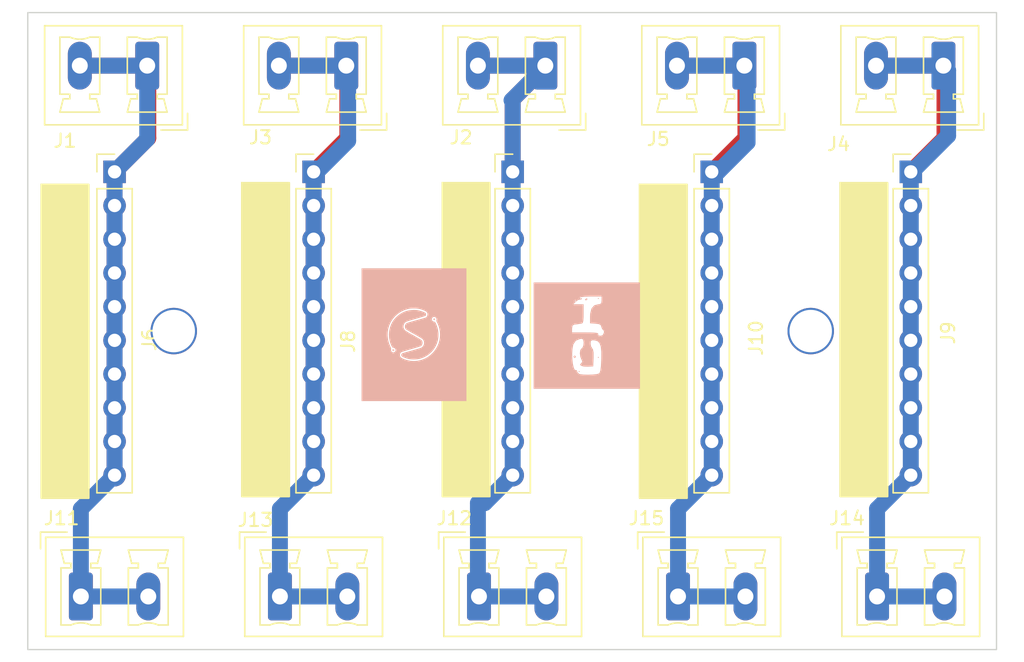
<source format=kicad_pcb>
(kicad_pcb (version 20211014) (generator pcbnew)
  (layers (0 "F.Cu" signal) (31 "B.Cu" signal) (34 "B.Paste" user) (35 "F.Paste" user) (36 "B.SilkS" user "B.Silkscreen") (37 "F.SilkS" user "F.Silkscreen") (38 "B.Mask" user) (39 "F.Mask" user) (44 "Edge.Cuts" user))
  (net 0 "")
  (net 1 "Net-(J1-Pad1)")
  (net 2 "Net-(J4-Pad1)")
  (net 3 "Net-(J7-Pad1)")
  (net 4 "Net-(J10-Pad1)")
  (net 5 "Net-(J13-Pad1)")
  (footprint "Connector_Phoenix_MC_HighVoltage:PhoenixContact_MCV_1,5_2-G-5.08_1x02_P5.08mm_Vertical" (layer "F.Cu") (at 160 100)
    (fp_text reference "J14" (at -2.266 -5.893) (layer "F.SilkS"))
    (fp_text value "Screw_Terminal_01x02")
    (pad "1" thru_hole roundrect (at 0 0) (size 1.8 3.6) (drill 1.2) (layers *.Cu *.Mask) (roundrect_rratio 0.1388888889) (net 5 "Net-(J13-Pad1)"))
    (pad "2" thru_hole oval (at 5.08 0) (size 1.8 3.6) (drill 1.2) (layers *.Cu *.Mask) (net 5 "Net-(J13-Pad1)"))
  )
  (footprint "Connector_PinHeader_2.54mm:PinHeader_1x10_P2.54mm_Vertical" (layer "F.Cu") (at 147.54 68)
    (fp_text reference "J10" (at 3.336 12.518 90) (layer "F.SilkS"))
    (fp_text value "Conn_01x10")
    (pad "1" thru_hole rect (at 0 0) (size 1.7 1.7) (drill 1) (layers *.Cu *.Mask) (net 4 "Net-(J10-Pad1)"))
    (pad "2" thru_hole oval (at 0 2.54) (size 1.7 1.7) (drill 1) (layers *.Cu *.Mask) (net 4 "Net-(J10-Pad1)"))
    (pad "3" thru_hole oval (at 0 5.08) (size 1.7 1.7) (drill 1) (layers *.Cu *.Mask) (net 4 "Net-(J10-Pad1)"))
    (pad "4" thru_hole oval (at 0 7.62) (size 1.7 1.7) (drill 1) (layers *.Cu *.Mask) (net 4 "Net-(J10-Pad1)"))
    (pad "5" thru_hole oval (at 0 10.16) (size 1.7 1.7) (drill 1) (layers *.Cu *.Mask) (net 4 "Net-(J10-Pad1)"))
    (pad "6" thru_hole oval (at 0 12.7) (size 1.7 1.7) (drill 1) (layers *.Cu *.Mask) (net 4 "Net-(J10-Pad1)"))
    (pad "7" thru_hole oval (at 0 15.24) (size 1.7 1.7) (drill 1) (layers *.Cu *.Mask) (net 4 "Net-(J10-Pad1)"))
    (pad "8" thru_hole oval (at 0 17.78) (size 1.7 1.7) (drill 1) (layers *.Cu *.Mask) (net 4 "Net-(J10-Pad1)"))
    (pad "9" thru_hole oval (at 0 20.32) (size 1.7 1.7) (drill 1) (layers *.Cu *.Mask) (net 4 "Net-(J10-Pad1)"))
    (pad "10" thru_hole oval (at 0 22.86) (size 1.7 1.7) (drill 1) (layers *.Cu *.Mask) (net 4 "Net-(J10-Pad1)"))
  )
  (footprint "Connector_PinHeader_2.54mm:PinHeader_1x10_P2.54mm_Vertical" (layer "F.Cu") (at 132.54 68)
    (fp_text reference "J7" (at 2.461 12.518 90) (layer "F.SilkS"))
    (fp_text value "Conn_01x10")
    (pad "1" thru_hole rect (at 0 0) (size 1.7 1.7) (drill 1) (layers *.Cu *.Mask) (net 3 "Net-(J7-Pad1)"))
    (pad "2" thru_hole oval (at 0 2.54) (size 1.7 1.7) (drill 1) (layers *.Cu *.Mask) (net 3 "Net-(J7-Pad1)"))
    (pad "3" thru_hole oval (at 0 5.08) (size 1.7 1.7) (drill 1) (layers *.Cu *.Mask) (net 3 "Net-(J7-Pad1)"))
    (pad "4" thru_hole oval (at 0 7.62) (size 1.7 1.7) (drill 1) (layers *.Cu *.Mask) (net 3 "Net-(J7-Pad1)"))
    (pad "5" thru_hole oval (at 0 10.16) (size 1.7 1.7) (drill 1) (layers *.Cu *.Mask) (net 3 "Net-(J7-Pad1)"))
    (pad "6" thru_hole oval (at 0 12.7) (size 1.7 1.7) (drill 1) (layers *.Cu *.Mask) (net 3 "Net-(J7-Pad1)"))
    (pad "7" thru_hole oval (at 0 15.24) (size 1.7 1.7) (drill 1) (layers *.Cu *.Mask) (net 3 "Net-(J7-Pad1)"))
    (pad "8" thru_hole oval (at 0 17.78) (size 1.7 1.7) (drill 1) (layers *.Cu *.Mask) (net 3 "Net-(J7-Pad1)"))
    (pad "9" thru_hole oval (at 0 20.32) (size 1.7 1.7) (drill 1) (layers *.Cu *.Mask) (net 3 "Net-(J7-Pad1)"))
    (pad "10" thru_hole oval (at 0 22.86) (size 1.7 1.7) (drill 1) (layers *.Cu *.Mask) (net 3 "Net-(J7-Pad1)"))
  )
  (footprint "Connector_PinHeader_2.54mm:PinHeader_1x10_P2.54mm_Vertical" (layer "F.Cu") (at 117.54 68)
    (fp_text reference "J8" (at 2.602 12.772 90) (layer "F.SilkS"))
    (fp_text value "Conn_01x10")
    (pad "1" thru_hole rect (at 0 0) (size 1.7 1.7) (drill 1) (layers *.Cu *.Mask) (net 2 "Net-(J4-Pad1)"))
    (pad "2" thru_hole oval (at 0 2.54) (size 1.7 1.7) (drill 1) (layers *.Cu *.Mask) (net 2 "Net-(J4-Pad1)"))
    (pad "3" thru_hole oval (at 0 5.08) (size 1.7 1.7) (drill 1) (layers *.Cu *.Mask) (net 2 "Net-(J4-Pad1)"))
    (pad "4" thru_hole oval (at 0 7.62) (size 1.7 1.7) (drill 1) (layers *.Cu *.Mask) (net 2 "Net-(J4-Pad1)"))
    (pad "5" thru_hole oval (at 0 10.16) (size 1.7 1.7) (drill 1) (layers *.Cu *.Mask) (net 2 "Net-(J4-Pad1)"))
    (pad "6" thru_hole oval (at 0 12.7) (size 1.7 1.7) (drill 1) (layers *.Cu *.Mask) (net 2 "Net-(J4-Pad1)"))
    (pad "7" thru_hole oval (at 0 15.24) (size 1.7 1.7) (drill 1) (layers *.Cu *.Mask) (net 2 "Net-(J4-Pad1)"))
    (pad "8" thru_hole oval (at 0 17.78) (size 1.7 1.7) (drill 1) (layers *.Cu *.Mask) (net 2 "Net-(J4-Pad1)"))
    (pad "9" thru_hole oval (at 0 20.32) (size 1.7 1.7) (drill 1) (layers *.Cu *.Mask) (net 2 "Net-(J4-Pad1)"))
    (pad "10" thru_hole oval (at 0 22.86) (size 1.7 1.7) (drill 1) (layers *.Cu *.Mask) (net 2 "Net-(J4-Pad1)"))
  )
  (footprint "Connector_Phoenix_MC_HighVoltage:PhoenixContact_MCV_1,5_2-G-5.08_1x02_P5.08mm_Vertical" (layer "F.Cu") (at 105 60 180)
    (fp_text reference "J1" (at 6.194 -5.659) (layer "F.SilkS"))
    (fp_text value "Screw_Terminal_01x02")
    (pad "1" thru_hole roundrect (at 0 0 180) (size 1.8 3.6) (drill 1.2) (layers *.Cu *.Mask) (roundrect_rratio 0.1388888889) (net 1 "Net-(J1-Pad1)"))
    (pad "2" thru_hole oval (at 5.08 0 180) (size 1.8 3.6) (drill 1.2) (layers *.Cu *.Mask) (net 1 "Net-(J1-Pad1)"))
  )
  (footprint "Connector_Phoenix_MC_HighVoltage:PhoenixContact_MCV_1,5_2-G-5.08_1x02_P5.08mm_Vertical" (layer "F.Cu") (at 115 100)
    (fp_text reference "J13" (at -1.843 -5.766) (layer "F.SilkS"))
    (fp_text value "Screw_Terminal_01x02")
    (pad "1" thru_hole roundrect (at 0 0) (size 1.8 3.6) (drill 1.2) (layers *.Cu *.Mask) (roundrect_rratio 0.1388888889) (net 2 "Net-(J4-Pad1)"))
    (pad "2" thru_hole oval (at 5.08 0) (size 1.8 3.6) (drill 1.2) (layers *.Cu *.Mask) (net 2 "Net-(J4-Pad1)"))
  )
  (footprint "Connector_Phoenix_MC_HighVoltage:PhoenixContact_MCV_1,5_2-G-5.08_1x02_P5.08mm_Vertical" (layer "F.Cu") (at 100 100)
    (fp_text reference "J11" (at -1.448 -5.893) (layer "F.SilkS"))
    (fp_text value "Screw_Terminal_01x02")
    (pad "1" thru_hole roundrect (at 0 0) (size 1.8 3.6) (drill 1.2) (layers *.Cu *.Mask) (roundrect_rratio 0.1388888889) (net 1 "Net-(J1-Pad1)"))
    (pad "2" thru_hole oval (at 5.08 0) (size 1.8 3.6) (drill 1.2) (layers *.Cu *.Mask) (net 1 "Net-(J1-Pad1)"))
  )
  (footprint "Connector_PinHeader_2.54mm:PinHeader_1x10_P2.54mm_Vertical" (layer "F.Cu") (at 162.54 68)
    (fp_text reference "J9" (at 2.814 12.137 90) (layer "F.SilkS"))
    (fp_text value "Conn_01x10")
    (pad "1" thru_hole rect (at 0 0) (size 1.7 1.7) (drill 1) (layers *.Cu *.Mask) (net 5 "Net-(J13-Pad1)"))
    (pad "2" thru_hole oval (at 0 2.54) (size 1.7 1.7) (drill 1) (layers *.Cu *.Mask) (net 5 "Net-(J13-Pad1)"))
    (pad "3" thru_hole oval (at 0 5.08) (size 1.7 1.7) (drill 1) (layers *.Cu *.Mask) (net 5 "Net-(J13-Pad1)"))
    (pad "4" thru_hole oval (at 0 7.62) (size 1.7 1.7) (drill 1) (layers *.Cu *.Mask) (net 5 "Net-(J13-Pad1)"))
    (pad "5" thru_hole oval (at 0 10.16) (size 1.7 1.7) (drill 1) (layers *.Cu *.Mask) (net 5 "Net-(J13-Pad1)"))
    (pad "6" thru_hole oval (at 0 12.7) (size 1.7 1.7) (drill 1) (layers *.Cu *.Mask) (net 5 "Net-(J13-Pad1)"))
    (pad "7" thru_hole oval (at 0 15.24) (size 1.7 1.7) (drill 1) (layers *.Cu *.Mask) (net 5 "Net-(J13-Pad1)"))
    (pad "8" thru_hole oval (at 0 17.78) (size 1.7 1.7) (drill 1) (layers *.Cu *.Mask) (net 5 "Net-(J13-Pad1)"))
    (pad "9" thru_hole oval (at 0 20.32) (size 1.7 1.7) (drill 1) (layers *.Cu *.Mask) (net 5 "Net-(J13-Pad1)"))
    (pad "10" thru_hole oval (at 0 22.86) (size 1.7 1.7) (drill 1) (layers *.Cu *.Mask) (net 5 "Net-(J13-Pad1)"))
  )
  (footprint "" (layer "F.Cu") (at 154.178 80.137)
    (fp_text reference "" (at 0 0) (layer "F.SilkS") (effects (font (size 1.27 1.27))))
    (fp_text value "" (at 0 0) (layer "F.SilkS") (effects (font (size 1.27 1.27))))
    (pad "" np_thru_hole oval (at 0.822 -0.137) (size 3.5 3.5) (drill 3.2) (layers F&B.Cu *.Mask))
  )
  (footprint "Connector_Phoenix_MC_HighVoltage:PhoenixContact_MCV_1,5_2-G-5.08_1x02_P5.08mm_Vertical" (layer "F.Cu") (at 120 60 180)
    (fp_text reference "J3" (at 6.462 -5.405) (layer "F.SilkS"))
    (fp_text value "Screw_Terminal_01x02")
    (pad "1" thru_hole roundrect (at 0 0 180) (size 1.8 3.6) (drill 1.2) (layers *.Cu *.Mask) (roundrect_rratio 0.1388888889) (net 2 "Net-(J4-Pad1)"))
    (pad "2" thru_hole oval (at 5.08 0 180) (size 1.8 3.6) (drill 1.2) (layers *.Cu *.Mask) (net 2 "Net-(J4-Pad1)"))
  )
  (footprint "Connector_Phoenix_MC_HighVoltage:PhoenixContact_MCV_1,5_2-G-5.08_1x02_P5.08mm_Vertical" (layer "F.Cu") (at 150 60 180)
    (fp_text reference "J5" (at 6.49 -5.532) (layer "F.SilkS"))
    (fp_text value "Screw_Terminal_01x02")
    (pad "1" thru_hole roundrect (at 0 0 180) (size 1.8 3.6) (drill 1.2) (layers *.Cu *.Mask) (roundrect_rratio 0.1388888889) (net 4 "Net-(J10-Pad1)"))
    (pad "2" thru_hole oval (at 5.08 0 180) (size 1.8 3.6) (drill 1.2) (layers *.Cu *.Mask) (net 4 "Net-(J10-Pad1)"))
  )
  (footprint "Connector_Phoenix_MC_HighVoltage:PhoenixContact_MCV_1,5_2-G-5.08_1x02_P5.08mm_Vertical" (layer "F.Cu") (at 135 60 180)
    (fp_text reference "J2" (at 6.349 -5.405) (layer "F.SilkS"))
    (fp_text value "Screw_Terminal_01x02")
    (pad "1" thru_hole roundrect (at 0 0 180) (size 1.8 3.6) (drill 1.2) (layers *.Cu *.Mask) (roundrect_rratio 0.1388888889) (net 3 "Net-(J7-Pad1)"))
    (pad "2" thru_hole oval (at 5.08 0 180) (size 1.8 3.6) (drill 1.2) (layers *.Cu *.Mask) (net 3 "Net-(J7-Pad1)"))
  )
  (footprint "" (layer "F.Cu") (at 107.823 80.264)
    (fp_text reference "" (at 0 0) (layer "F.SilkS") (effects (font (size 1.27 1.27))))
    (fp_text value "" (at 0 0) (layer "F.SilkS") (effects (font (size 1.27 1.27))))
    (pad "" np_thru_hole oval (at -0.823 -0.264) (size 3.5 3.5) (drill 3.2) (layers F&B.Cu *.Mask))
  )
  (footprint "Connector_Phoenix_MC_HighVoltage:PhoenixContact_MCV_1,5_2-G-5.08_1x02_P5.08mm_Vertical" (layer "F.Cu") (at 165 60 180)
    (fp_text reference "J4" (at 7.901 -5.913) (layer "F.SilkS"))
    (fp_text value "Screw_Terminal_01x02")
    (pad "1" thru_hole roundrect (at 0 0 180) (size 1.8 3.6) (drill 1.2) (layers *.Cu *.Mask) (roundrect_rratio 0.1388888889) (net 5 "Net-(J13-Pad1)"))
    (pad "2" thru_hole oval (at 5.08 0 180) (size 1.8 3.6) (drill 1.2) (layers *.Cu *.Mask) (net 5 "Net-(J13-Pad1)"))
  )
  (footprint "Connector_Phoenix_MC_HighVoltage:PhoenixContact_MCV_1,5_2-G-5.08_1x02_P5.08mm_Vertical" (layer "F.Cu") (at 145 100)
    (fp_text reference "J15" (at -2.379 -5.893) (layer "F.SilkS"))
    (fp_text value "Screw_Terminal_01x02")
    (pad "1" thru_hole roundrect (at 0 0) (size 1.8 3.6) (drill 1.2) (layers *.Cu *.Mask) (roundrect_rratio 0.1388888889) (net 4 "Net-(J10-Pad1)"))
    (pad "2" thru_hole oval (at 5.08 0) (size 1.8 3.6) (drill 1.2) (layers *.Cu *.Mask) (net 4 "Net-(J10-Pad1)"))
  )
  (footprint "Connector_PinHeader_2.54mm:PinHeader_1x10_P2.54mm_Vertical" (layer "F.Cu") (at 102.54 68)
    (fp_text reference "J6" (at 2.616 12.645 90) (layer "F.SilkS"))
    (fp_text value "Conn_01x10")
    (pad "1" thru_hole rect (at 0 0) (size 1.7 1.7) (drill 1) (layers *.Cu *.Mask) (net 1 "Net-(J1-Pad1)"))
    (pad "2" thru_hole oval (at 0 2.54) (size 1.7 1.7) (drill 1) (layers *.Cu *.Mask) (net 1 "Net-(J1-Pad1)"))
    (pad "3" thru_hole oval (at 0 5.08) (size 1.7 1.7) (drill 1) (layers *.Cu *.Mask) (net 1 "Net-(J1-Pad1)"))
    (pad "4" thru_hole oval (at 0 7.62) (size 1.7 1.7) (drill 1) (layers *.Cu *.Mask) (net 1 "Net-(J1-Pad1)"))
    (pad "5" thru_hole oval (at 0 10.16) (size 1.7 1.7) (drill 1) (layers *.Cu *.Mask) (net 1 "Net-(J1-Pad1)"))
    (pad "6" thru_hole oval (at 0 12.7) (size 1.7 1.7) (drill 1) (layers *.Cu *.Mask) (net 1 "Net-(J1-Pad1)"))
    (pad "7" thru_hole oval (at 0 15.24) (size 1.7 1.7) (drill 1) (layers *.Cu *.Mask) (net 1 "Net-(J1-Pad1)"))
    (pad "8" thru_hole oval (at 0 17.78) (size 1.7 1.7) (drill 1) (layers *.Cu *.Mask) (net 1 "Net-(J1-Pad1)"))
    (pad "9" thru_hole oval (at 0 20.32) (size 1.7 1.7) (drill 1) (layers *.Cu *.Mask) (net 1 "Net-(J1-Pad1)"))
    (pad "10" thru_hole oval (at 0 22.86) (size 1.7 1.7) (drill 1) (layers *.Cu *.Mask) (net 1 "Net-(J1-Pad1)"))
  )
  (footprint "Connector_Phoenix_MC_HighVoltage:PhoenixContact_MCV_1,5_2-G-5.08_1x02_P5.08mm_Vertical" (layer "F.Cu") (at 130 100)
    (fp_text reference "J12" (at -1.857 -5.893) (layer "F.SilkS"))
    (fp_text value "Screw_Terminal_01x02")
    (pad "1" thru_hole roundrect (at 0 0) (size 1.8 3.6) (drill 1.2) (layers *.Cu *.Mask) (roundrect_rratio 0.1388888889) (net 3 "Net-(J7-Pad1)"))
    (pad "2" thru_hole oval (at 5.08 0) (size 1.8 3.6) (drill 1.2) (layers *.Cu *.Mask) (net 3 "Net-(J7-Pad1)"))
  )
  (footprint "LOGO" (layer "B.Cu") (at 125.095 80.264 -90)
    (fp_text reference "NG" hide)
    (fp_text value "LOGO" hide)
  )
  (footprint "LOGO" (layer "B.Cu") (at 138.176 80.391 90)
    (fp_text reference "G***" hide)
    (fp_text value "LOGO" hide)
  )
  (gr_rect (start 127.254 68.834) (end 130.81 92.456) (layer "F.SilkS") (width 0.15) (fill solid))
  (gr_rect (start 112.141 68.834) (end 115.697 92.456) (layer "F.SilkS") (width 0.15) (fill solid))
  (gr_rect (start 142.113 68.961) (end 145.669 92.583) (layer "F.SilkS") (width 0.15) (fill solid))
  (gr_rect (start 157.226 68.834) (end 160.782 92.456) (layer "F.SilkS") (width 0.15) (fill solid))
  (gr_rect (start 97.028 68.961) (end 100.584 92.583) (layer "F.SilkS") (width 0.15) (fill solid))
  (gr_rect (start 169 104) (end 96 56) (layer "Edge.Cuts") (width 0.1) (fill none))
  (segment (start 105.08 65.46) (end 102.54 68) (width 1.2) (layer "F.Cu") (net 1))
  (segment (start 105.08 60) (end 100 60) (width 1.2) (layer "F.Cu") (net 1))
  (segment (start 102.54 68) (end 102.54 90.86) (width 1.2) (layer "F.Cu") (net 1))
  (segment (start 105.08 60) (end 105.08 65.46) (width 1.2) (layer "F.Cu") (net 1))
  (segment (start 102.54 68) (end 102.54 90.5) (width 1.2) (layer "F.Cu") (net 1))
  (segment (start 105 65.54) (end 102.54 68) (width 1.2) (layer "B.Cu") (net 1))
  (segment (start 102.54 85.78) (end 102.54 88.32) (width 1.2) (layer "B.Cu") (net 1))
  (segment (start 99.92 60) (end 105 60) (width 1.2) (layer "B.Cu") (net 1))
  (segment (start 102.54 78.16) (end 102.54 80.7) (width 1.2) (layer "B.Cu") (net 1))
  (segment (start 102.54 88.32) (end 102.54 90.86) (width 1.2) (layer "B.Cu") (net 1))
  (segment (start 102.54 73.08) (end 102.54 75.62) (width 1.2) (layer "B.Cu") (net 1))
  (segment (start 105 60) (end 105 65.54) (width 1.2) (layer "B.Cu") (net 1))
  (segment (start 100 100) (end 100 93.4) (width 1.2) (layer "B.Cu") (net 1))
  (segment (start 102.54 83.24) (end 102.54 85.78) (width 1.2) (layer "B.Cu") (net 1))
  (segment (start 100 100) (end 105.08 100) (width 1.2) (layer "B.Cu") (net 1))
  (segment (start 102.54 75.62) (end 102.54 78.16) (width 1.2) (layer "B.Cu") (net 1))
  (segment (start 102.54 70.54) (end 102.54 73.08) (width 1.2) (layer "B.Cu") (net 1))
  (segment (start 102.54 80.7) (end 102.54 83.24) (width 1.2) (layer "B.Cu") (net 1))
  (segment (start 102.54 68) (end 102.54 70.54) (width 1.2) (layer "B.Cu") (net 1))
  (segment (start 100 93.4) (end 102.54 90.86) (width 1.2) (layer "B.Cu") (net 1))
  (segment (start 120.08 65.46) (end 117.54 68) (width 1.2) (layer "F.Cu") (net 2))
  (segment (start 120.08 60) (end 115 60) (width 1.2) (layer "F.Cu") (net 2))
  (segment (start 120.08 60) (end 120.08 65.46) (width 1.2) (layer "F.Cu") (net 2))
  (segment (start 117.54 68) (end 117.54 90.86) (width 1.2) (layer "F.Cu") (net 2))
  (segment (start 115 93.4) (end 117.54 90.86) (width 1.2) (layer "B.Cu") (net 2))
  (segment (start 115 100) (end 115 93.4) (width 1.2) (layer "B.Cu") (net 2))
  (segment (start 117.54 80.7) (end 117.54 78.16) (width 1.2) (layer "B.Cu") (net 2))
  (segment (start 117.54 83.24) (end 117.54 80.7) (width 1.2) (layer "B.Cu") (net 2))
  (segment (start 117.801 68) (end 120.142 65.659) (width 1.2) (layer "B.Cu") (net 2))
  (segment (start 117.54 70.54) (end 117.54 68) (width 1.2) (layer "B.Cu") (net 2))
  (segment (start 120.142 65.659) (end 120.142 60.142) (width 1.2) (layer "B.Cu") (net 2))
  (segment (start 117.54 73.08) (end 117.54 70.54) (width 1.2) (layer "B.Cu") (net 2))
  (segment (start 117.54 78.16) (end 117.54 75.62) (width 1.2) (layer "B.Cu") (net 2))
  (segment (start 117.54 88.32) (end 117.54 85.78) (width 1.2) (layer "B.Cu") (net 2))
  (segment (start 120 60) (end 114.92 60) (width 1.2) (layer "B.Cu") (net 2))
  (segment (start 117.54 85.78) (end 117.54 83.24) (width 1.2) (layer "B.Cu") (net 2))
  (segment (start 120.142 60.142) (end 120 60) (width 1.2) (layer "B.Cu") (net 2))
  (segment (start 117.54 68) (end 117.801 68) (width 1.2) (layer "B.Cu") (net 2))
  (segment (start 120.08 100) (end 115 100) (width 1.2) (layer "B.Cu") (net 2))
  (segment (start 117.54 90.86) (end 117.54 88.32) (width 1.2) (layer "B.Cu") (net 2))
  (segment (start 117.54 75.62) (end 117.54 73.08) (width 1.2) (layer "B.Cu") (net 2))
  (segment (start 135.08 60) (end 132.54 62.54) (width 1.2) (layer "F.Cu") (net 3))
  (segment (start 135.08 60) (end 130 60) (width 1.2) (layer "F.Cu") (net 3))
  (segment (start 132.54 62.54) (end 132.54 68) (width 1.2) (layer "F.Cu") (net 3))
  (segment (start 132.54 68) (end 132.54 90.86) (width 1) (layer "F.Cu") (net 3))
  (segment (start 132.54 75.62) (end 132.54 78.16) (width 1.2) (layer "B.Cu") (net 3))
  (segment (start 132.54 85.78) (end 132.54 88.32) (width 1.2) (layer "B.Cu") (net 3))
  (segment (start 135 60) (end 135 60.072) (width 1.2) (layer "B.Cu") (net 3))
  (segment (start 132.54 68) (end 132.54 70.54) (width 1.2) (layer "B.Cu") (net 3))
  (segment (start 129.92 60) (end 135 60) (width 1.2) (layer "B.Cu") (net 3))
  (segment (start 132.54 80.7) (end 132.54 83.24) (width 1.2) (layer "B.Cu") (net 3))
  (segment (start 130 100) (end 135.08 100) (width 1.2) (layer "B.Cu") (net 3))
  (segment (start 132.54 80.7) (end 132.54 78.16) (width 1.2) (layer "B.Cu") (net 3))
  (segment (start 129.921 92.964) (end 129.921 99.921) (width 1.2) (layer "B.Cu") (net 3))
  (segment (start 130.436 92.964) (end 129.921 92.964) (width 1.2) (layer "B.Cu") (net 3))
  (segment (start 135 60.072) (end 132.461 62.611) (width 1.2) (layer "B.Cu") (net 3))
  (segment (start 132.54 83.24) (end 132.54 85.78) (width 1.2) (layer "B.Cu") (net 3))
  (segment (start 129.921 99.921) (end 130 100) (width 1.2) (layer "B.Cu") (net 3))
  (segment (start 132.54 88.32) (end 132.54 90.86) (width 1.2) (layer "B.Cu") (net 3))
  (segment (start 132.54 73.08) (end 132.54 75.62) (width 1.2) (layer "B.Cu") (net 3))
  (segment (start 132.54 62.69) (end 132.54 68) (width 1.2) (layer "B.Cu") (net 3))
  (segment (start 132.461 62.611) (end 132.54 62.69) (width 1.2) (layer "B.Cu") (net 3))
  (segment (start 132.54 90.86) (end 130.436 92.964) (width 1.2) (layer "B.Cu") (net 3))
  (segment (start 132.54 70.54) (end 132.54 73.08) (width 1.2) (layer "B.Cu") (net 3))
  (segment (start 147.54 68) (end 147.54 90.86) (width 1) (layer "F.Cu") (net 4))
  (segment (start 145 60) (end 150.08 60) (width 1.2) (layer "F.Cu") (net 4))
  (segment (start 150.08 60) (end 150.08 65.46) (width 1.2) (layer "F.Cu") (net 4))
  (segment (start 150.08 65.46) (end 147.54 68) (width 1.2) (layer "F.Cu") (net 4))
  (segment (start 147.54 70.54) (end 147.54 73.08) (width 1.2) (layer "B.Cu") (net 4))
  (segment (start 147.54 83.24) (end 147.54 85.78) (width 1.2) (layer "B.Cu") (net 4))
  (segment (start 147.54 85.78) (end 147.54 88.32) (width 1.2) (layer "B.Cu") (net 4))
  (segment (start 147.54 75.62) (end 147.54 78.16) (width 1.2) (layer "B.Cu") (net 4))
  (segment (start 145 100) (end 145 93.4) (width 1.2) (layer "B.Cu") (net 4))
  (segment (start 147.54 68) (end 147.54 70.54) (width 1.2) (layer "B.Cu") (net 4))
  (segment (start 145 93.4) (end 147.54 90.86) (width 1.2) (layer "B.Cu") (net 4))
  (segment (start 148.027 68) (end 150.241 65.786) (width 1.2) (layer "B.Cu") (net 4))
  (segment (start 150.08 100) (end 145 100) (width 1.2) (layer "B.Cu") (net 4))
  (segment (start 147.54 78.16) (end 147.54 80.7) (width 1.2) (layer "B.Cu") (net 4))
  (segment (start 147.54 80.7) (end 147.54 83.24) (width 1.2) (layer "B.Cu") (net 4))
  (segment (start 147.54 73.08) (end 147.54 75.62) (width 1.2) (layer "B.Cu") (net 4))
  (segment (start 150.241 65.786) (end 150.241 60.241) (width 1.2) (layer "B.Cu") (net 4))
  (segment (start 147.54 90.86) (end 147.54 88.32) (width 1.2) (layer "B.Cu") (net 4))
  (segment (start 147.54 68) (end 148.027 68) (width 1.2) (layer "B.Cu") (net 4))
  (segment (start 144.92 60) (end 150 60) (width 1.2) (layer "B.Cu") (net 4))
  (segment (start 150.241 60.241) (end 150 60) (width 1.2) (layer "B.Cu") (net 4))
  (segment (start 160 60) (end 165.08 60) (width 1.2) (layer "F.Cu") (net 5))
  (segment (start 165.08 65.46) (end 162.54 68) (width 1.2) (layer "F.Cu") (net 5))
  (segment (start 162.54 68) (end 162.54 90.86) (width 1) (layer "F.Cu") (net 5))
  (segment (start 165.08 60) (end 165.08 65.46) (width 1.2) (layer "F.Cu") (net 5))
  (segment (start 162.54 83.24) (end 162.54 85.78) (width 1.2) (layer "B.Cu") (net 5))
  (segment (start 162.54 75.62) (end 162.54 78.16) (width 1.2) (layer "B.Cu") (net 5))
  (segment (start 162.632 68) (end 165.354 65.278) (width 1.2) (layer "B.Cu") (net 5))
  (segment (start 162.54 70.54) (end 162.54 73.08) (width 1.2) (layer "B.Cu") (net 5))
  (segment (start 162.54 73.08) (end 162.54 75.62) (width 1.2) (layer "B.Cu") (net 5))
  (segment (start 162.54 78.16) (end 162.54 80.7) (width 1.2) (layer "B.Cu") (net 5))
  (segment (start 162.54 68) (end 162.54 70.54) (width 1.2) (layer "B.Cu") (net 5))
  (segment (start 165.08 100) (end 160 100) (width 1.2) (layer "B.Cu") (net 5))
  (segment (start 162.54 80.7) (end 162.54 83.24) (width 1.2) (layer "B.Cu") (net 5))
  (segment (start 162.54 90.86) (end 162.54 88.32) (width 1.2) (layer "B.Cu") (net 5))
  (segment (start 165.354 60.354) (end 165 60) (width 1.2) (layer "B.Cu") (net 5))
  (segment (start 165.354 65.278) (end 165.354 60.354) (width 1.2) (layer "B.Cu") (net 5))
  (segment (start 160 93.4) (end 162.54 90.86) (width 1.2) (layer "B.Cu") (net 5))
  (segment (start 162.54 85.78) (end 162.54 88.32) (width 1.2) (layer "B.Cu") (net 5))
  (segment (start 162.54 68) (end 162.632 68) (width 1.2) (layer "B.Cu") (net 5))
  (segment (start 160 100) (end 160 93.4) (width 1.2) (layer "B.Cu") (net 5))
  (segment (start 159.92 60) (end 165 60) (width 1.2) (layer "B.Cu") (net 5))
)
</source>
